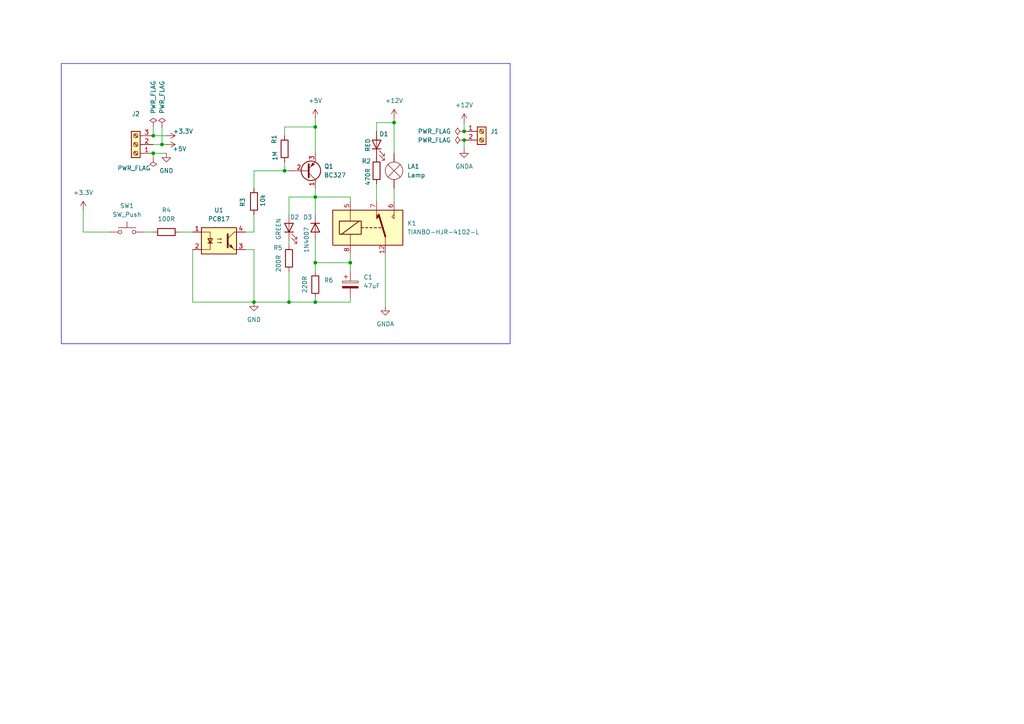
<source format=kicad_sch>
(kicad_sch (version 20231120) (generator "eeschema") (generator_version "8.0")
  (paper "A4")
  (title_block (title "Практическое занятие #7"))
  (lib_symbols
    (symbol "Connector:Screw_Terminal_01x02" (pin_names (offset 1.016) hide)
      (property "Reference" "J" (at 0 2.54 0))
      (property "Value" "Screw_Terminal_01x02" (at 0 -5.08 0))
      (symbol "Screw_Terminal_01x02_1_1"
        (rectangle (start -1.27 1.27) (end 1.27 -3.81) (stroke (width 0.254)) (fill (type background)))
        (circle (center 0 -2.54) (radius 0.635) (stroke (width 0.1524)))
        (polyline (pts (xy -0.5334 -2.2098) (xy 0.3302 -3.048)) (stroke (width 0.1524)))
        (polyline (pts (xy -0.5334 0.3302) (xy 0.3302 -0.508)) (stroke (width 0.1524)))
        (polyline (pts (xy -0.3556 -2.032) (xy 0.508 -2.8702)) (stroke (width 0.1524)))
        (polyline (pts (xy -0.3556 0.508) (xy 0.508 -0.3302)) (stroke (width 0.1524)))
        (circle (center 0 0) (radius 0.635) (stroke (width 0.1524)))
        (pin passive line (at -5.08 0 0) (length 3.81) (name "Pin_1") (number "1"))
        (pin passive line (at -5.08 -2.54 0) (length 3.81) (name "Pin_2") (number "2"))
      )
    )
    (symbol "Connector:Screw_Terminal_01x03" (pin_names (offset 1.016) hide)
      (property "Reference" "J" (at 0 5.08 0))
      (property "Value" "Screw_Terminal_01x03" (at 0 -5.08 0))
      (symbol "Screw_Terminal_01x03_1_1"
        (rectangle (start -1.27 3.81) (end 1.27 -3.81) (stroke (width 0.254)) (fill (type background)))
        (circle (center 0 -2.54) (radius 0.635) (stroke (width 0.1524)))
        (polyline (pts (xy -0.5334 -2.2098) (xy 0.3302 -3.048)) (stroke (width 0.1524)))
        (polyline (pts (xy -0.5334 0.3302) (xy 0.3302 -0.508)) (stroke (width 0.1524)))
        (polyline (pts (xy -0.5334 2.8702) (xy 0.3302 2.032)) (stroke (width 0.1524)))
        (polyline (pts (xy -0.3556 -2.032) (xy 0.508 -2.8702)) (stroke (width 0.1524)))
        (polyline (pts (xy -0.3556 0.508) (xy 0.508 -0.3302)) (stroke (width 0.1524)))
        (polyline (pts (xy -0.3556 3.048) (xy 0.508 2.2098)) (stroke (width 0.1524)))
        (circle (center 0 0) (radius 0.635) (stroke (width 0.1524)))
        (circle (center 0 2.54) (radius 0.635) (stroke (width 0.1524)))
        (pin passive line (at -5.08 2.54 0) (length 3.81) (name "Pin_1") (number "1"))
        (pin passive line (at -5.08 0 0) (length 3.81) (name "Pin_2") (number "2"))
        (pin passive line (at -5.08 -2.54 0) (length 3.81) (name "Pin_3") (number "3"))
      )
    )
    (symbol "Device:C_Polarized" (pin_numbers hide) (pin_names (offset 0.254))
      (property "Reference" "C" (at 0.635 2.54 0))
      (property "Value" "C_Polarized" (at 0.635 -2.54 0))
      (symbol "C_Polarized_0_1"
        (rectangle (start -2.286 0.508) (end 2.286 1.016))
        (polyline (pts (xy -1.778 2.286) (xy -0.762 2.286)))
        (polyline (pts (xy -1.27 2.794) (xy -1.27 1.778)))
        (rectangle (start 2.286 -0.508) (end -2.286 -1.016) (fill (type outline)))
      )
      (symbol "C_Polarized_1_1"
        (pin passive line (at 0 3.81 270) (length 2.794) (name "~") (number "1"))
        (pin passive line (at 0 -3.81 90) (length 2.794) (name "~") (number "2"))
      )
    )
    (symbol "Device:LED" (pin_numbers hide) (pin_names (offset 1.016) hide)
      (property "Reference" "D" (at 0 2.54 0))
      (property "Value" "LED" (at 0 -2.54 0))
      (symbol "LED_0_1"
        (polyline (pts (xy -1.27 -1.27) (xy -1.27 1.27)) (stroke (width 0.254)))
        (polyline (pts (xy -1.27 0) (xy 1.27 0)))
        (polyline (pts (xy 1.27 -1.27) (xy 1.27 1.27) (xy -1.27 0) (xy 1.27 -1.27)) (stroke (width 0.254)))
        (polyline (pts (xy -3.048 -0.762) (xy -4.572 -2.286) (xy -3.81 -2.286) (xy -4.572 -2.286) (xy -4.572 -1.524)))
        (polyline (pts (xy -1.778 -0.762) (xy -3.302 -2.286) (xy -2.54 -2.286) (xy -3.302 -2.286) (xy -3.302 -1.524)))
      )
      (symbol "LED_1_1"
        (pin passive line (at -3.81 0 0) (length 2.54) (name "K") (number "1"))
        (pin passive line (at 3.81 0 180) (length 2.54) (name "A") (number "2"))
      )
    )
    (symbol "Device:Lamp" (pin_numbers hide) (pin_names (offset 0.0254) hide)
      (property "Reference" "LA" (at 0.635 3.81 0))
      (property "Value" "Lamp" (at 0.635 -3.81 0))
      (symbol "Lamp_0_1"
        (polyline (pts (xy -1.778 1.778) (xy 1.778 -1.778)))
        (polyline (pts (xy 1.778 1.778) (xy -1.778 -1.778)))
        (circle (center 0 0) (radius 2.54))
      )
      (symbol "Lamp_1_1"
        (pin passive line (at 0 -5.08 90) (length 2.54) (name "-") (number "1"))
        (pin passive line (at 0 5.08 270) (length 2.54) (name "+") (number "2"))
      )
    )
    (symbol "Device:R" (pin_numbers hide) (pin_names (offset 0))
      (property "Reference" "R" (at 2.032 0 90))
      (property "Value" "R" (at 0 0 90))
      (symbol "R_0_1"
        (rectangle (start -1.016 -2.54) (end 1.016 2.54) (stroke (width 0.254)))
      )
      (symbol "R_1_1"
        (pin passive line (at 0 3.81 270) (length 1.27) (name "~") (number "1"))
        (pin passive line (at 0 -3.81 90) (length 1.27) (name "~") (number "2"))
      )
    )
    (symbol "Diode:1N4007" (pin_numbers hide) (pin_names hide)
      (property "Reference" "D" (at 0 2.54 0))
      (property "Value" "1N4007" (at 0 -2.54 0))
      (symbol "1N4007_0_1"
        (polyline (pts (xy -1.27 1.27) (xy -1.27 -1.27)) (stroke (width 0.254)))
        (polyline (pts (xy 1.27 0) (xy -1.27 0)))
        (polyline (pts (xy 1.27 1.27) (xy 1.27 -1.27) (xy -1.27 0) (xy 1.27 1.27)) (stroke (width 0.254)))
      )
      (symbol "1N4007_1_1"
        (pin passive line (at -3.81 0 0) (length 2.54) (name "K") (number "1"))
        (pin passive line (at 3.81 0 180) (length 2.54) (name "A") (number "2"))
      )
    )
    (symbol "Isolator:PC817" (pin_names (offset 1.016))
      (property "Reference" "U" (at -5.08 5.08 0))
      (property "Value" "PC817" (at 0 5.08 0))
      (symbol "PC817_0_1"
        (rectangle (start -5.08 3.81) (end 5.08 -3.81) (stroke (width 0.254)) (fill (type background)))
        (polyline (pts (xy -3.175 -0.635) (xy -1.905 -0.635)) (stroke (width 0.254)))
        (polyline (pts (xy 2.54 0.635) (xy 4.445 2.54)))
        (polyline (pts (xy 4.445 -2.54) (xy 2.54 -0.635)) (fill (type outline)))
        (polyline (pts (xy 4.445 -2.54) (xy 5.08 -2.54)))
        (polyline (pts (xy 4.445 2.54) (xy 5.08 2.54)))
        (polyline (pts (xy -5.08 2.54) (xy -2.54 2.54) (xy -2.54 -0.635)))
        (polyline (pts (xy -2.54 -0.635) (xy -2.54 -2.54) (xy -5.08 -2.54)))
        (polyline (pts (xy 2.54 1.905) (xy 2.54 -1.905) (xy 2.54 -1.905)) (stroke (width 0.508)))
        (polyline (pts (xy -2.54 -0.635) (xy -3.175 0.635) (xy -1.905 0.635) (xy -2.54 -0.635)) (stroke (width 0.254)))
        (polyline (pts (xy -0.508 -0.508) (xy 0.762 -0.508) (xy 0.381 -0.635) (xy 0.381 -0.381) (xy 0.762 -0.508)))
        (polyline (pts (xy -0.508 0.508) (xy 0.762 0.508) (xy 0.381 0.381) (xy 0.381 0.635) (xy 0.762 0.508)))
        (polyline (pts (xy 3.048 -1.651) (xy 3.556 -1.143) (xy 4.064 -2.159) (xy 3.048 -1.651) (xy 3.048 -1.651)) (fill (type outline)))
      )
      (symbol "PC817_1_1"
        (pin passive line (at -7.62 2.54 0) (length 2.54) (name "~") (number "1"))
        (pin passive line (at -7.62 -2.54 0) (length 2.54) (name "~") (number "2"))
        (pin passive line (at 7.62 -2.54 180) (length 2.54) (name "~") (number "3"))
        (pin passive line (at 7.62 2.54 180) (length 2.54) (name "~") (number "4"))
      )
    )
    (symbol "Relay:TIANBO-HJR-4102-L"
      (property "Reference" "K" (at 11.43 3.81 0))
      (property "Value" "TIANBO-HJR-4102-L" (at 11.43 1.27 0))
      (symbol "TIANBO-HJR-4102-L_0_0"
        (polyline (pts (xy 7.62 5.08) (xy 7.62 2.54) (xy 6.985 3.175) (xy 7.62 3.81)))
      )
      (symbol "TIANBO-HJR-4102-L_0_1"
        (rectangle (start -10.16 5.08) (end 10.16 -5.08) (stroke (width 0.254)) (fill (type background)))
        (rectangle (start -8.255 1.905) (end -1.905 -1.905) (stroke (width 0.254)))
        (polyline (pts (xy -7.62 -1.905) (xy -2.54 1.905)) (stroke (width 0.254)))
        (polyline (pts (xy -5.08 -5.08) (xy -5.08 -1.905)))
        (polyline (pts (xy -5.08 5.08) (xy -5.08 1.905)))
        (polyline (pts (xy -1.905 0) (xy -1.27 0)) (stroke (width 0.254)))
        (polyline (pts (xy -0.635 0) (xy 0 0)) (stroke (width 0.254)))
        (polyline (pts (xy 0.635 0) (xy 1.27 0)) (stroke (width 0.254)))
        (polyline (pts (xy 1.905 0) (xy 2.54 0)) (stroke (width 0.254)))
        (polyline (pts (xy 3.175 0) (xy 3.81 0)) (stroke (width 0.254)))
        (polyline (pts (xy 5.08 -2.54) (xy 3.175 3.81)) (stroke (width 0.508)))
        (polyline (pts (xy 5.08 -2.54) (xy 5.08 -5.08)))
        (polyline (pts (xy 2.54 5.08) (xy 2.54 2.54) (xy 3.175 3.175) (xy 2.54 3.81)) (fill (type outline)))
      )
      (symbol "TIANBO-HJR-4102-L_1_1"
        (pin passive line (at 5.08 -7.62 90) (length 2.54) (name "~") (number "12"))
        (pin passive line (at -5.08 7.62 270) (length 2.54) (name "~") (number "5"))
        (pin passive line (at 7.62 7.62 270) (length 2.54) (name "~") (number "6"))
        (pin passive line (at 2.54 7.62 270) (length 2.54) (name "~") (number "7"))
        (pin passive line (at -5.08 -7.62 90) (length 2.54) (name "~") (number "8"))
      )
    )
    (symbol "Switch:SW_Push" (pin_numbers hide) (pin_names (offset 1.016) hide)
      (property "Reference" "SW" (at 1.27 2.54 0))
      (property "Value" "SW_Push" (at 0 -1.524 0))
      (symbol "SW_Push_0_1"
        (circle (center -2.032 0) (radius 0.508))
        (polyline (pts (xy 0 1.27) (xy 0 3.048)))
        (polyline (pts (xy 2.54 1.27) (xy -2.54 1.27)))
        (circle (center 2.032 0) (radius 0.508))
        (pin passive line (at -5.08 0 0) (length 2.54) (name "1") (number "1"))
        (pin passive line (at 5.08 0 180) (length 2.54) (name "2") (number "2"))
      )
    )
    (symbol "Transistor_BJT:BC327" (pin_names (offset 0) hide)
      (property "Reference" "Q" (at 5.08 1.905 0))
      (property "Value" "BC327" (at 5.08 0 0))
      (symbol "BC327_0_1"
        (polyline (pts (xy 0.635 0.635) (xy 2.54 2.54)))
        (polyline (pts (xy 0.635 -0.635) (xy 2.54 -2.54) (xy 2.54 -2.54)))
        (polyline (pts (xy 0.635 1.905) (xy 0.635 -1.905) (xy 0.635 -1.905)) (stroke (width 0.508)))
        (polyline (pts (xy 2.286 -1.778) (xy 1.778 -2.286) (xy 1.27 -1.27) (xy 2.286 -1.778) (xy 2.286 -1.778)) (fill (type outline)))
        (circle (center 1.27 0) (radius 2.8194) (stroke (width 0.254)))
      )
      (symbol "BC327_1_1"
        (pin passive line (at 2.54 5.08 270) (length 2.54) (name "C") (number "1"))
        (pin input line (at -5.08 0 0) (length 5.715) (name "B") (number "2"))
        (pin passive line (at 2.54 -5.08 90) (length 2.54) (name "E") (number "3"))
      )
    )
    (symbol "power:+12V" (power) (pin_numbers hide) (pin_names (offset 0) hide)
      (property "Value" "+12V" (at 0 3.556 0))
      (symbol "+12V_0_1"
        (polyline (pts (xy -0.762 1.27) (xy 0 2.54)))
        (polyline (pts (xy 0 0) (xy 0 2.54)))
        (polyline (pts (xy 0 2.54) (xy 0.762 1.27)))
      )
      (symbol "+12V_1_1"
        (pin power_in line (at 0 0 90) (length 0) (name "~") (number "1"))
      )
    )
    (symbol "power:+3.3V" (power) (pin_numbers hide) (pin_names (offset 0) hide)
      (property "Value" "+3.3V" (at 0 3.556 0))
      (symbol "+3.3V_0_1"
        (polyline (pts (xy -0.762 1.27) (xy 0 2.54)))
        (polyline (pts (xy 0 0) (xy 0 2.54)))
        (polyline (pts (xy 0 2.54) (xy 0.762 1.27)))
      )
      (symbol "+3.3V_1_1"
        (pin power_in line (at 0 0 90) (length 0) (name "~") (number "1"))
      )
    )
    (symbol "power:+5V" (power) (pin_numbers hide) (pin_names (offset 0) hide)
      (property "Value" "+5V" (at 0 3.556 0))
      (symbol "+5V_0_1"
        (polyline (pts (xy -0.762 1.27) (xy 0 2.54)))
        (polyline (pts (xy 0 0) (xy 0 2.54)))
        (polyline (pts (xy 0 2.54) (xy 0.762 1.27)))
      )
      (symbol "+5V_1_1"
        (pin power_in line (at 0 0 90) (length 0) (name "~") (number "1"))
      )
    )
    (symbol "power:GND" (power) (pin_numbers hide) (pin_names (offset 0) hide)
      (property "Value" "GND" (at 0 -3.81 0))
      (symbol "GND_0_1"
        (polyline (pts (xy 0 0) (xy 0 -1.27) (xy 1.27 -1.27) (xy 0 -2.54) (xy -1.27 -1.27) (xy 0 -1.27)))
      )
      (symbol "GND_1_1"
        (pin power_in line (at 0 0 270) (length 0) (name "~") (number "1"))
      )
    )
    (symbol "power:GNDA" (power) (pin_numbers hide) (pin_names (offset 0) hide)
      (property "Value" "GNDA" (at 0 -3.81 0))
      (symbol "GNDA_0_1"
        (polyline (pts (xy 0 0) (xy 0 -1.27) (xy 1.27 -1.27) (xy 0 -2.54) (xy -1.27 -1.27) (xy 0 -1.27)))
      )
      (symbol "GNDA_1_1"
        (pin power_in line (at 0 0 270) (length 0) (name "~") (number "1"))
      )
    )
    (symbol "power:PWR_FLAG" (power) (pin_numbers hide) (pin_names (offset 0) hide)
      (property "Value" "PWR_FLAG" (at 0 3.81 0))
      (symbol "PWR_FLAG_0_0"
        (pin power_out line (at 0 0 90) (length 0) (name "~") (number "1"))
      )
      (symbol "PWR_FLAG_0_1"
        (polyline (pts (xy 0 0) (xy 0 1.27) (xy -1.016 1.905) (xy 0 2.54) (xy 1.016 1.905) (xy 0 1.27)))
      )
    )
  )
  (junction (at 44.45 39.37))
  (junction (at 46.99 41.91))
  (junction (at 134.62 38.1))
  (junction (at 44.45 44.45))
  (junction (at 91.44 87.63))
  (junction (at 91.44 36.83))
  (junction (at 82.55 49.53))
  (junction (at 114.3 35.56))
  (junction (at 73.66 87.63))
  (junction (at 91.44 57.15))
  (junction (at 83.82 87.63))
  (junction (at 101.6 76.2))
  (junction (at 134.62 40.64))
  (junction (at 91.44 76.2))
  (wire (pts (xy 114.3 54.61) (xy 114.3 58.42)))
  (wire (pts (xy 101.6 87.63) (xy 101.6 86.36)))
  (wire (pts (xy 46.99 36.83) (xy 46.99 41.91)))
  (wire (pts (xy 134.62 35.56) (xy 134.62 38.1)))
  (wire (pts (xy 83.82 57.15) (xy 91.44 57.15)))
  (wire (pts (xy 91.44 57.15) (xy 101.6 57.15)))
  (wire (pts (xy 73.66 87.63) (xy 83.82 87.63)))
  (wire (pts (xy 82.55 36.83) (xy 91.44 36.83)))
  (wire (pts (xy 101.6 57.15) (xy 101.6 58.42)))
  (wire (pts (xy 91.44 69.85) (xy 91.44 76.2)))
  (wire (pts (xy 55.88 87.63) (xy 73.66 87.63)))
  (wire (pts (xy 83.82 62.23) (xy 83.82 57.15)))
  (wire (pts (xy 82.55 39.37) (xy 82.55 36.83)))
  (wire (pts (xy 44.45 41.91) (xy 46.99 41.91)))
  (wire (pts (xy 44.45 44.45) (xy 44.45 45.72)))
  (wire (pts (xy 73.66 72.39) (xy 73.66 87.63)))
  (wire (pts (xy 73.66 72.39) (xy 71.12 72.39)))
  (wire (pts (xy 111.76 73.66) (xy 111.76 88.9)))
  (wire (pts (xy 55.88 72.39) (xy 55.88 87.63)))
  (wire (pts (xy 101.6 73.66) (xy 101.6 76.2)))
  (wire (pts (xy 44.45 39.37) (xy 48.26 39.37)))
  (wire (pts (xy 134.62 40.64) (xy 134.62 43.18)))
  (wire (pts (xy 91.44 57.15) (xy 91.44 62.23)))
  (wire (pts (xy 24.13 67.31) (xy 31.75 67.31)))
  (wire (pts (xy 46.99 41.91) (xy 48.26 41.91)))
  (wire (pts (xy 24.13 60.96) (xy 24.13 67.31)))
  (wire (pts (xy 109.22 35.56) (xy 114.3 35.56)))
  (wire (pts (xy 71.12 67.31) (xy 73.66 67.31)))
  (wire (pts (xy 91.44 76.2) (xy 91.44 78.74)))
  (wire (pts (xy 91.44 86.36) (xy 91.44 87.63)))
  (wire (pts (xy 52.07 67.31) (xy 55.88 67.31)))
  (wire (pts (xy 73.66 67.31) (xy 73.66 62.23)))
  (wire (pts (xy 44.45 44.45) (xy 48.26 44.45)))
  (wire (pts (xy 109.22 38.1) (xy 109.22 35.56)))
  (wire (pts (xy 73.66 49.53) (xy 82.55 49.53)))
  (wire (pts (xy 41.91 67.31) (xy 44.45 67.31)))
  (wire (pts (xy 83.82 78.74) (xy 83.82 87.63)))
  (wire (pts (xy 109.22 53.34) (xy 109.22 58.42)))
  (wire (pts (xy 83.82 71.12) (xy 83.82 69.85)))
  (wire (pts (xy 91.44 36.83) (xy 91.44 44.45)))
  (wire (pts (xy 114.3 35.56) (xy 114.3 44.45)))
  (wire (pts (xy 83.82 87.63) (xy 91.44 87.63)))
  (wire (pts (xy 91.44 87.63) (xy 101.6 87.63)))
  (wire (pts (xy 91.44 76.2) (xy 101.6 76.2)))
  (wire (pts (xy 101.6 76.2) (xy 101.6 78.74)))
  (wire (pts (xy 82.55 46.99) (xy 82.55 49.53)))
  (wire (pts (xy 91.44 34.29) (xy 91.44 36.83)))
  (wire (pts (xy 44.45 36.83) (xy 44.45 39.37)))
  (wire (pts (xy 91.44 54.61) (xy 91.44 57.15)))
  (wire (pts (xy 114.3 34.29) (xy 114.3 35.56)))
  (wire (pts (xy 73.66 49.53) (xy 73.66 54.61)))
  (wire (pts (xy 82.55 49.53) (xy 83.82 49.53)))
  (rectangle (start 17.78 18.415) (end 147.955 99.695))
  (symbol (lib_id "power:+3.3V") (at 48.26 39.37 270) (unit 1)
    (property "Reference" "#PWR09" (effects (hide yes)))
    (property "Value" "+3.3V" (at 53.086 38.1 90))
    (property "Description" "Power symbol creates a global label with name \"+3.3V\"" (effects (hide yes)))
  )
  (symbol (lib_id "Isolator:PC817") (at 63.5 69.85 0) (unit 1)
    (property "Reference" "U1" (at 63.5 60.96 0))
    (property "Value" "PC817" (at 63.5 63.5 0))
    (property "Footprint" "Package_DIP:DIP-4_W7.62mm" (effects (hide yes)))
    (property "Datasheet" "http://www.soselectronic.cz/a_info/resource/d/pc817.pdf" (effects (hide yes)))
    (property "Description" "DC Optocoupler, Vce 35V, CTR 50-300%, DIP-4" (effects (hide yes)))
  )
  (symbol (lib_id "Device:Lamp") (at 114.3 49.53 0) (unit 1)
    (property "Reference" "LA1" (at 118.11 48.2599 0) (effects (justify left)))
    (property "Value" "Lamp" (at 118.11 50.7999 0) (effects (justify left)))
    (property "Footprint" "TerminalBlock_Phoenix:TerminalBlock_Phoenix_MKDS-1,5-2_1x02_P5.00mm_Horizontal" (effects (hide yes)))
    (property "Description" "Lamp" (effects (hide yes)))
  )
  (symbol (lib_id "power:+3.3V") (at 24.13 60.96 0) (unit 1)
    (property "Reference" "#PWR01" (effects (hide yes)))
    (property "Value" "+3.3V" (at 24.13 55.88 0))
    (property "Description" "Power symbol creates a global label with name \"+3.3V\"" (effects (hide yes)))
  )
  (symbol (lib_id "power:+5V") (at 91.44 34.29 0) (unit 1)
    (property "Reference" "#PWR02" (effects (hide yes)))
    (property "Value" "+5V" (at 91.44 29.21 0))
    (property "Description" "Power symbol creates a global label with name \"+5V\"" (effects (hide yes)))
  )
  (symbol (lib_id "power:+12V") (at 134.62 35.56 0) (unit 1)
    (property "Reference" "#PWR07" (effects (hide yes)))
    (property "Value" "+12V" (at 134.62 30.48 0))
    (property "Description" "Power symbol creates a global label with name \"+12V\"" (effects (hide yes)))
  )
  (symbol (lib_id "Device:R") (at 91.44 82.55 0) (unit 1)
    (property "Reference" "R6" (at 93.98 81.2799 0) (effects (justify left)))
    (property "Value" "220R" (at 88.392 85.09 90) (effects (justify left)))
    (property "Footprint" "Resistor_THT:R_Axial_DIN0207_L6.3mm_D2.5mm_P7.62mm_Horizontal" (effects (hide yes)))
    (property "Description" "Resistor" (effects (hide yes)))
  )
  (symbol (lib_id "Connector:Screw_Terminal_01x03") (at 39.37 41.91 180) (unit 1)
    (property "Reference" "J2" (at 39.37 33.02 0))
    (property "Value" "Power_In" (effects (hide yes)))
    (property "Footprint" "TerminalBlock_Phoenix:TerminalBlock_Phoenix_MKDS-1,5-3-5.08_1x03_P5.08mm_Horizontal" (effects (hide yes)))
    (property "Description" "Generic screw terminal, single row, 01x03, script generated (kicad-library-utils/schlib/autogen/connector/)" (effects (hide yes)))
  )
  (symbol (lib_id "Device:LED") (at 83.82 66.04 90) (unit 1)
    (property "Reference" "D2" (at 84.074 62.992 90) (effects (justify right)))
    (property "Value" "GREEN" (at 80.772 63.246 0) (effects (justify right)))
    (property "Footprint" "LED_THT:LED_D5.0mm_Clear" (effects (hide yes)))
    (property "Description" "Light emitting diode" (effects (hide yes)))
  )
  (symbol (lib_id "Device:C_Polarized") (at 101.6 82.55 0) (unit 1)
    (property "Reference" "C1" (at 105.41 80.3909 0) (effects (justify left)))
    (property "Value" "47uF" (at 105.41 82.9309 0) (effects (justify left)))
    (property "Footprint" "Capacitor_THT:CP_Radial_D8.0mm_P3.50mm" (effects (hide yes)))
    (property "Description" "Polarized capacitor" (effects (hide yes)))
  )
  (symbol (lib_id "Device:R") (at 48.26 67.31 90) (unit 1)
    (property "Reference" "R4" (at 48.26 60.96 90))
    (property "Value" "100R" (at 48.26 63.5 90))
    (property "Footprint" "Resistor_THT:R_Axial_DIN0207_L6.3mm_D2.5mm_P7.62mm_Horizontal" (effects (hide yes)))
    (property "Description" "Resistor" (effects (hide yes)))
  )
  (symbol (lib_id "power:PWR_FLAG") (at 46.99 36.83 0) (unit 1)
    (property "Reference" "#FLG04" (effects (hide yes)))
    (property "Value" "PWR_FLAG" (at 46.99 28.194 90))
    (property "Description" "Special symbol for telling ERC where power comes from" (effects (hide yes)))
  )
  (symbol (lib_id "Device:R") (at 109.22 49.53 0) (unit 1)
    (property "Reference" "R2" (at 104.902 46.736 0) (effects (justify left)))
    (property "Value" "470R" (at 106.68 53.848 90) (effects (justify left)))
    (property "Footprint" "Resistor_THT:R_Axial_DIN0207_L6.3mm_D2.5mm_P7.62mm_Horizontal" (effects (hide yes)))
    (property "Description" "Resistor" (effects (hide yes)))
  )
  (symbol (lib_id "power:GNDA") (at 134.62 43.18 0) (unit 1)
    (property "Reference" "#PWR06" (effects (hide yes)))
    (property "Value" "GNDA" (at 134.62 48.26 0))
    (property "Description" "Power symbol creates a global label with name \"GNDA\" , analog ground" (effects (hide yes)))
  )
  (symbol (lib_id "Connector:Screw_Terminal_01x02") (at 139.7 38.1 0) (unit 1)
    (property "Reference" "J1" (at 142.24 38.0999 0) (effects (justify left)))
    (property "Value" "Power_High" (effects (hide yes)))
    (property "Footprint" "TerminalBlock_Phoenix:TerminalBlock_Phoenix_MKDS-1,5-2_1x02_P5.00mm_Horizontal" (effects (hide yes)))
    (property "Description" "Generic screw terminal, single row, 01x02, script generated (kicad-library-utils/schlib/autogen/connector/)" (effects (hide yes)))
  )
  (symbol (lib_id "Relay:TIANBO-HJR-4102-L") (at 106.68 66.04 0) (unit 1)
    (property "Reference" "K1" (at 118.11 64.7699 0) (effects (justify left)))
    (property "Value" "TIANBO-HJR-4102-L" (at 118.11 67.3099 0) (effects (justify left)))
    (property "Footprint" "Relay_THT:Relay_SPDT_HJR-4102" (effects (hide yes)))
    (property "Datasheet" "https://cdn-reichelt.de/documents/datenblatt/C300/DS_HJR4102E.pdf" (effects (hide yes)))
    (property "Description" "TIANBO HJR-4102-L, Single Pole Relay, 5mm Pitch, 3A" (effects (hide yes)))
  )
  (symbol (lib_id "power:+5V") (at 48.26 41.91 270) (unit 1)
    (property "Reference" "#PWR010" (effects (hide yes)))
    (property "Value" "+5V" (at 52.07 43.18 90))
    (property "Description" "Power symbol creates a global label with name \"+5V\"" (effects (hide yes)))
  )
  (symbol (lib_id "Device:R") (at 83.82 74.93 0) (unit 1)
    (property "Reference" "R5" (at 79.248 71.882 0) (effects (justify left)))
    (property "Value" "200R" (at 80.772 78.994 90) (effects (justify left)))
    (property "Footprint" "Resistor_THT:R_Axial_DIN0207_L6.3mm_D2.5mm_P7.62mm_Horizontal" (effects (hide yes)))
    (property "Description" "Resistor" (effects (hide yes)))
  )
  (symbol (lib_id "Device:R") (at 82.55 43.18 180) (unit 1)
    (property "Reference" "R1" (at 79.502 40.386 90))
    (property "Value" "1М" (at 79.756 45.212 90))
    (property "Footprint" "Resistor_THT:R_Axial_DIN0207_L6.3mm_D2.5mm_P7.62mm_Horizontal" (effects (hide yes)))
    (property "Description" "Resistor" (effects (hide yes)))
  )
  (symbol (lib_id "power:+12V") (at 114.3 34.29 0) (unit 1)
    (property "Reference" "#PWR05" (effects (hide yes)))
    (property "Value" "+12V" (at 114.3 29.21 0))
    (property "Description" "Power symbol creates a global label with name \"+12V\"" (effects (hide yes)))
  )
  (symbol (lib_id "Device:R") (at 73.66 58.42 180) (unit 1)
    (property "Reference" "R3" (at 70.358 58.674 90))
    (property "Value" "10k" (at 76.2 58.166 90))
    (property "Footprint" "Resistor_THT:R_Axial_DIN0207_L6.3mm_D2.5mm_P7.62mm_Horizontal" (effects (hide yes)))
    (property "Description" "Resistor" (effects (hide yes)))
  )
  (symbol (lib_id "Diode:1N4007") (at 91.44 66.04 270) (unit 1)
    (property "Reference" "D3" (at 87.884 62.992 90) (effects (justify left)))
    (property "Value" "1N4007" (at 88.9 65.786 0) (effects (justify left)))
    (property "Footprint" "Diode_THT:D_DO-41_SOD81_P10.16mm_Horizontal" (effects (hide yes)))
    (property "Datasheet" "http://www.vishay.com/docs/88503/1n4001.pdf" (effects (hide yes)))
    (property "Description" "1000V 1A General Purpose Rectifier Diode, DO-41" (effects (hide yes)))
    (property "Sim.Device" "D" (effects (hide yes)))
    (property "Sim.Pins" "1=K 2=A" (effects (hide yes)))
  )
  (symbol (lib_id "Device:LED") (at 109.22 41.91 90) (unit 1)
    (property "Reference" "D1" (at 109.982 38.862 90) (effects (justify right)))
    (property "Value" "RED" (at 106.68 40.132 0) (effects (justify right)))
    (property "Footprint" "LED_THT:LED_D5.0mm_Clear" (effects (hide yes)))
    (property "Description" "Light emitting diode" (effects (hide yes)))
  )
  (symbol (lib_id "power:GNDA") (at 111.76 88.9 0) (unit 1)
    (property "Reference" "#PWR04" (effects (hide yes)))
    (property "Value" "GNDA" (at 111.76 93.98 0))
    (property "Description" "Power symbol creates a global label with name \"GNDA\" , analog ground" (effects (hide yes)))
  )
  (symbol (lib_id "power:PWR_FLAG") (at 134.62 40.64 90) (unit 1)
    (property "Reference" "#FLG02" (effects (hide yes)))
    (property "Value" "PWR_FLAG" (at 130.81 40.6399 90) (effects (justify left)))
    (property "Description" "Special symbol for telling ERC where power comes from" (effects (hide yes)))
  )
  (symbol (lib_id "power:GND") (at 73.66 87.63 0) (unit 1)
    (property "Reference" "#PWR03" (effects (hide yes)))
    (property "Value" "GND" (at 73.66 92.71 0))
    (property "Description" "Power symbol creates a global label with name \"GND\" , ground" (effects (hide yes)))
  )
  (symbol (lib_id "power:PWR_FLAG") (at 134.62 38.1 90) (unit 1)
    (property "Reference" "#FLG01" (effects (hide yes)))
    (property "Value" "PWR_FLAG" (at 130.81 38.0999 90) (effects (justify left)))
    (property "Description" "Special symbol for telling ERC where power comes from" (effects (hide yes)))
  )
  (symbol (lib_id "power:PWR_FLAG") (at 44.45 36.83 0) (unit 1)
    (property "Reference" "#FLG05" (effects (hide yes)))
    (property "Value" "PWR_FLAG" (at 44.4499 33.02 90) (effects (justify left)))
    (property "Description" "Special symbol for telling ERC where power comes from" (effects (hide yes)))
  )
  (symbol (lib_id "Switch:SW_Push") (at 36.83 67.31 0) (unit 1)
    (property "Reference" "SW1" (at 36.83 59.69 0))
    (property "Value" "SW_Push" (at 36.83 62.23 0))
    (property "Footprint" "Button_Switch_THT:SW_PUSH_6mm_H5mm" (effects (hide yes)))
    (property "Description" "Push button switch, generic, two pins" (effects (hide yes)))
  )
  (symbol (lib_id "Transistor_BJT:BC327") (at 88.9 49.53 0) (mirror x) (unit 1)
    (property "Reference" "Q1" (at 93.98 48.2599 0) (effects (justify left)))
    (property "Value" "BC327" (at 93.98 50.7999 0) (effects (justify left)))
    (property "Footprint" "Package_TO_SOT_THT:TO-92_Inline" (effects (hide yes)))
    (property "Datasheet" "http://www.onsemi.com/pub_link/Collateral/BC327-D.PDF" (effects (hide yes)))
    (property "Description" "0.8A Ic, 45V Vce, PNP Transistor, TO-92" (effects (hide yes)))
  )
  (symbol (lib_id "power:GND") (at 48.26 44.45 0) (unit 1)
    (property "Reference" "#PWR08" (effects (hide yes)))
    (property "Value" "GND" (at 48.26 49.53 0))
    (property "Description" "Power symbol creates a global label with name \"GND\" , ground" (effects (hide yes)))
  )
  (symbol (lib_id "power:PWR_FLAG") (at 44.45 45.72 180) (unit 1)
    (property "Reference" "#FLG03" (effects (hide yes)))
    (property "Value" "PWR_FLAG" (at 38.862 48.768 0))
    (property "Description" "Special symbol for telling ERC where power comes from" (effects (hide yes)))
  )
)
</source>
